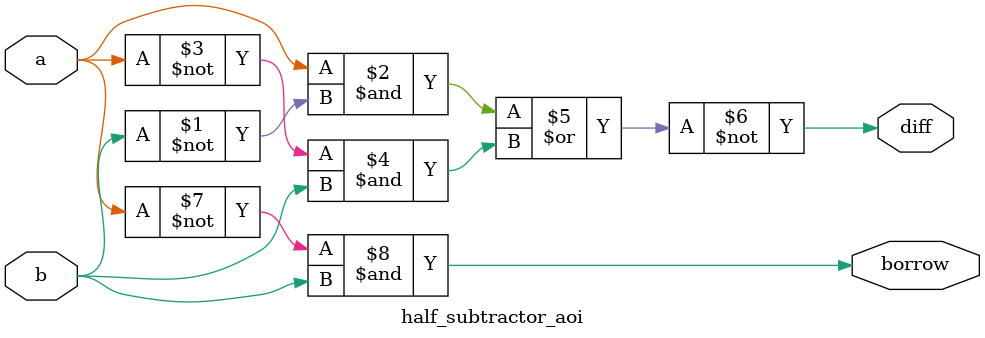
<source format=v>
module half_subtractor_aoi (
    input wire a,
    input wire b,
    output wire diff,
    output wire borrow
);

assign diff = ~((a & ~b) | (~a & b)); // XOR for difference
assign borrow = ~a & b; // Borrow logic

endmodule

</source>
